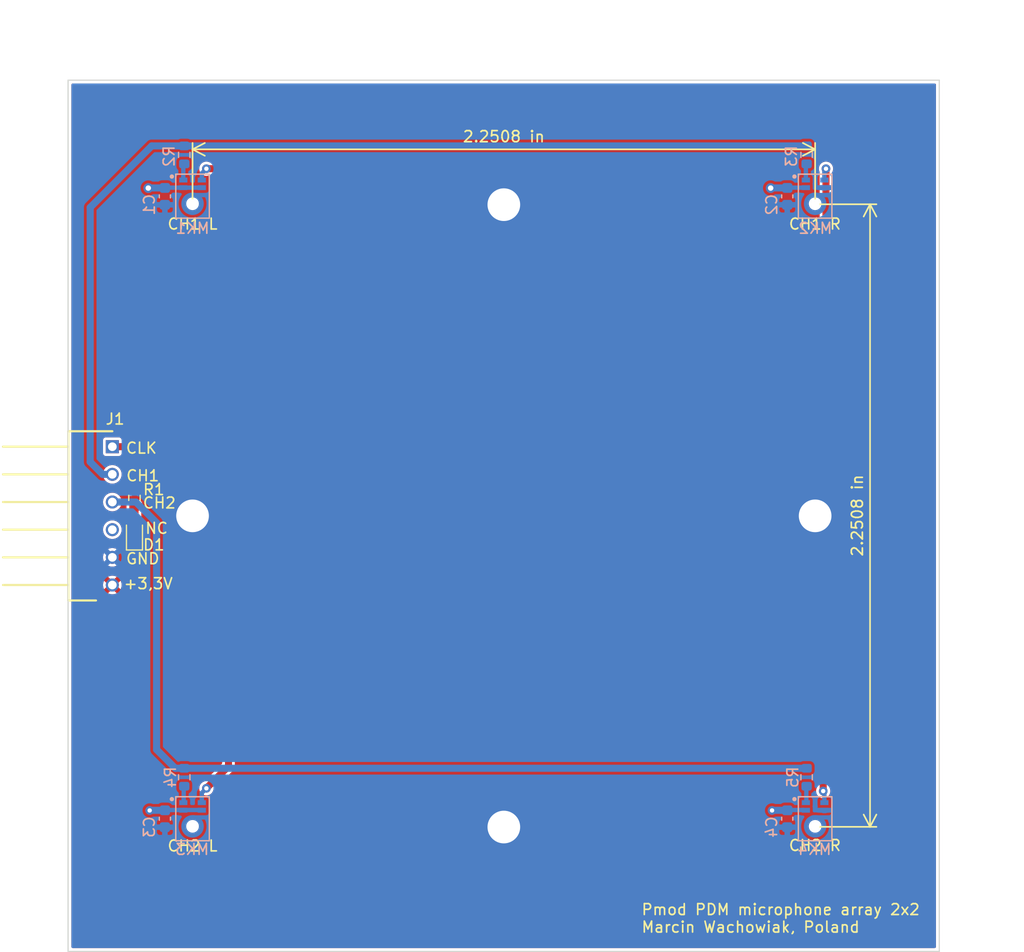
<source format=kicad_pcb>
(kicad_pcb (version 20171130) (host pcbnew 5.1.10-88a1d61d58~88~ubuntu18.04.1)
  (title_block (title "Pmod PDM microphone array 2x1") (date 2021-05-03) (rev 1.0.0) (company "Marcin Wachowiak, Poland"))
  (layers (0 F.Cu signal) (31 B.Cu signal hide) (34 B.Paste user) (35 F.Paste user) (36 B.SilkS user) (37 F.SilkS user) (38 B.Mask user) (39 F.Mask user hide) (44 Edge.Cuts user))
  (net 0 "")
  (net 1 GND)
  (net 2 +3V3)
  (net 3 "Net-(J1-Pad1)")
  (net 4 "Net-(J1-Pad2)")
  (net 5 "Net-(MK1-Pad1)")
  (net 6 "Net-(MK2-Pad1)")
  (net 7 "Net-(D1-Pad2)")
  (net 8 "Net-(J1-Pad3)")
  (net 9 "Net-(MK3-Pad1)")
  (net 10 "Net-(MK4-Pad1)")
  (module Resistor_SMD:R_0603_1608Metric (layer B.Cu) (at 93.98 116.586 90)
    (fp_text reference R5 (at 0 -1.27 90) (layer B.SilkS) (effects (justify mirror)))
    (fp_text value 100)
    (fp_line (start -0.237258 0.5225) (end 0.237258 0.5225) (layer B.SilkS) (width 0.12))
    (fp_line (start -0.237258 -0.5225) (end 0.237258 -0.5225) (layer B.SilkS) (width 0.12))
    (pad 2 smd roundrect (at 0.825 0 90) (size 0.8 0.95) (layers B.Cu B.Paste B.Mask) (net 8 "Net-(J1-Pad3)"))
    (pad 1 smd roundrect (at -0.825 0 90) (size 0.8 0.95) (layers B.Cu B.Paste B.Mask) (net 10 "Net-(MK4-Pad1)"))
  )
  (module Resistor_SMD:R_0603_1608Metric (layer B.Cu) (at 36.83 116.586 90)
    (fp_text reference R4 (at 0 -1.27 90) (layer B.SilkS) (effects (justify mirror)))
    (fp_text value 100)
    (fp_line (start -0.237258 0.5225) (end 0.237258 0.5225) (layer B.SilkS) (width 0.12))
    (fp_line (start -0.237258 -0.5225) (end 0.237258 -0.5225) (layer B.SilkS) (width 0.12))
    (pad 2 smd roundrect (at 0.825 0 90) (size 0.8 0.95) (layers B.Cu B.Paste B.Mask) (net 8 "Net-(J1-Pad3)"))
    (pad 1 smd roundrect (at -0.825 0 90) (size 0.8 0.95) (layers B.Cu B.Paste B.Mask) (net 9 "Net-(MK3-Pad1)"))
  )
  (module pmod_microphone_array:IM69D130V01XTSA1 (layer B.Cu) (at 94.762 120.416 180)
    (fp_text reference MK4 (at 0.06 -2.794) (layer B.SilkS) (effects (justify mirror)))
    (fp_text value IM69D130V01XTSA1)
    (fp_poly (pts (xy 0.001 -0.1) (xy 0.001 0.35) (xy 0.046082 0.349423) (xy 0.099359 0.346165) (xy 0.152393 0.340122) (xy 0.205038 0.331312) (xy 0.25715 0.319759) (xy 0.308586 0.305495) (xy 0.359205 0.288558) (xy 0.408868 0.268995) (xy 0.457439 0.24686) (xy 0.504785 0.222214) (xy 0.550776 0.195123) (xy 0.595287 0.165662) (xy 0.638194 0.133912) (xy 0.679381 0.09996) (xy 0.718735 0.063899) (xy 0.756147 0.025828) (xy 0.791516 -0.01415) (xy 0.824744 -0.055923) (xy 0.85574 -0.099378) (xy 0.88442 -0.144396) (xy 0.910704 -0.190853) (xy 0.934521 -0.238622) (xy 0.955805 -0.287572) (xy 0.974498 -0.337569) (xy 0.990549 -0.388476) (xy 1.003913 -0.440152) (xy 1.014555 -0.492458) (xy 1.022445 -0.545249) (xy 1.027561 -0.59838) (xy 1.03 -0.66) (xy 1.03 -0.68) (xy 1.028588 -0.733906) (xy 1.024358 -0.787664) (xy 1.017319 -0.841127) (xy 1.007492 -0.894149) (xy 0.994904 -0.946584) (xy 0.979588 -0.998288) (xy 0.961588 -1.049119) (xy 0.940952 -1.098939) (xy 0.917737 -1.14761) (xy 0.892006 -1.195) (xy 0.863831 -1.240978) (xy 0.833288 -1.285419) (xy 0.80046 -1.3282) (xy 0.765439 -1.369205) (xy 0.72832 -1.40832) (xy 0.689205 -1.445439) (xy 0.6482 -1.48046) (xy 0.605419 -1.513288) (xy 0.560978 -1.543831) (xy 0.515 -1.572006) (xy 0.46761 -1.597737) (xy 0.418939 -1.620952) (xy 0.369119 -1.641588) (xy 0.318288 -1.659588) (xy 0.266584 -1.674904) (xy 0.214149 -1.687492) (xy 0.161127 -1.697319) (xy 0.107664 -1.704358) (xy 0.053906 -1.708588) (xy 0 -1.71) (xy -0.053906 -1.708588) (xy -0.107664 -1.704358) (xy -0.161127 -1.697319) (xy -0.214149 -1.687492) (xy -0.266584 -1.674904) (xy -0.318288 -1.659588) (xy -0.369119 -1.641588) (xy -0.418939 -1.620952) (xy -0.46761 -1.597737) (xy -0.515 -1.572006) (xy -0.560978 -1.543831) (xy -0.605419 -1.513288) (xy -0.6482 -1.48046) (xy -0.689205 -1.445439) (xy -0.72832 -1.40832) (xy -0.765439 -1.369205) (xy -0.80046 -1.3282) (xy -0.833288 -1.285419) (xy -0.863831 -1.240978) (xy -0.892006 -1.195) (xy -0.917737 -1.14761) (xy -0.940952 -1.098939) (xy -0.961588 -1.049119) (xy -0.979588 -0.998288) (xy -0.994904 -0.946584) (xy -1.007492 -0.894149) (xy -1.017319 -0.841127) (xy -1.024358 -0.787664) (xy -1.028588 -0.733906) (xy -1.03 -0.68) (xy -1.03 -0.66) (xy -1.028616 -0.607141) (xy -1.024467 -0.554426) (xy -1.017565 -0.502001) (xy -1.007929 -0.450009) (xy -0.995585 -0.398593) (xy -0.980567 -0.347893) (xy -0.962916 -0.298048) (xy -0.942681 -0.249196) (xy -0.919917 -0.20147) (xy -0.894686 -0.155) (xy -0.867057 -0.109915) (xy -0.837107 -0.066337) (xy -0.804917 -0.024386) (xy -0.770576 0.015822) (xy -0.734178 0.054178) (xy -0.695822 0.090576) (xy -0.655614 0.124917) (xy -0.613663 0.157107) (xy -0.570085 0.187057) (xy -0.525 0.214686) (xy -0.47853 0.239917) (xy -0.430804 0.262681) (xy -0.381952 0.282916) (xy -0.332107 0.300567) (xy -0.281407 0.315585) (xy -0.229991 0.327929) (xy -0.177999 0.337565) (xy -0.125574 0.344467) (xy -0.072859 0.348616) (xy -0.02 0.35) (xy -0.001 0.35) (xy -0.001 -0.1) (xy -0.030271 -0.099746) (xy -0.059552 -0.101024) (xy -0.088727 -0.103833) (xy -0.117715 -0.108166) (xy -0.146437 -0.114009) (xy -0.174813 -0.121348) (xy -0.202766 -0.130161) (xy -0.23022 -0.140426) (xy -0.257098 -0.152113) (xy -0.283329 -0.165191) (xy -0.308839 -0.179624) (xy -0.333558 -0.195372) (xy -0.35742 -0.212392) (xy -0.380358 -0.230638) (xy -0.40231 -0.250059) (xy -0.423215 -0.270603) (xy -0.443016 -0.292212) (xy -0.46166 -0.314828) (xy -0.479094 -0.338389) (xy -0.495271 -0.36283) (xy -0.510147 -0.388084) (xy -0.523681 -0.414082) (xy -0.535835 -0.440753) (xy -0.546577 -0.468024) (xy -0.555877 -0.495819) (xy -0.56371 -0.524063) (xy -0.570054 -0.552678) (xy -0.574891 -0.581585) (xy -0.578209 -0.610707) (xy -0.58 -0.64) (xy -0.58 -0.68) (xy -0.579205 -0.710355) (xy -0.576823 -0.740627) (xy -0.572859 -0.770732) (xy -0.567326 -0.800589) (xy -0.560237 -0.830115) (xy -0.551613 -0.85923) (xy -0.541477 -0.887853) (xy -0.529856 -0.915907) (xy -0.516784 -0.943314) (xy -0.502295 -0.97) (xy -0.486429 -0.995891) (xy -0.46923 -1.020915) (xy -0.450745 -1.045006) (xy -0.431024 -1.068096) (xy -0.410122 -1.090122) (xy -0.388096 -1.111024) (xy -0.365006 -1.130745) (xy -0.340915 -1.14923) (xy -0.315891 -1.166429) (xy -0.29 -1.182295) (xy -0.263314 -1.196784) (xy -0.235907 -1.209856) (xy -0.207853 -1.221477) (xy -0.17923 -1.231613) (xy -0.150115 -1.240237) (xy -0.120589 -1.247326) (xy -0.090732 -1.252859) (xy -0.060627 -1.256823) (xy -0.030355 -1.259205) (xy 0 -1.26) (xy 0.030355 -1.259205) (xy 0.060627 -1.256823) (xy 0.090732 -1.252859) (xy 0.120589 -1.247326) (xy 0.150115 -1.240237) (xy 0.17923 -1.231613) (xy 0.207853 -1.221477) (xy 0.235907 -1.209856) (xy 0.263314 -1.196784) (xy 0.29 -1.182295) (xy 0.315891 -1.166429) (xy 0.340915 -1.14923) (xy 0.365006 -1.130745) (xy 0.388096 -1.111024) (xy 0.410122 -1.090122) (xy 0.431024 -1.068096) (xy 0.450745 -1.045006) (xy 0.46923 -1.020915) (xy 0.486429 -0.995891) (xy 0.502295 -0.97) (xy 0.516784 -0.943314) (xy 0.529856 -0.915907) (xy 0.541477 -0.887853) (xy 0.551613 -0.85923) (xy 0.560237 -0.830115) (xy 0.567326 -0.800589) (xy 0.572859 -0.770732) (xy 0.576823 -0.740627) (xy 0.579205 -0.710355) (xy 0.58 -0.68) (xy 0.58 -0.66) (xy 0.578692 -0.629768) (xy 0.575834 -0.600086) (xy 0.571426 -0.570594) (xy 0.565481 -0.541373) (xy 0.558015 -0.512503) (xy 0.549048 -0.484063) (xy 0.538605 -0.456132) (xy 0.526714 -0.428785) (xy 0.513409 -0.402099) (xy 0.498725 -0.376145) (xy 0.482703 -0.350995) (xy 0.465386 -0.326719) (xy 0.446823 -0.303382) (xy 0.427064 -0.281048) (xy 0.406163 -0.259779) (xy 0.384178 -0.239633) (xy 0.361168 -0.220665) (xy 0.337197 -0.202928) (xy 0.312331 -0.186469) (xy 0.286637 -0.171335) (xy 0.260187 -0.157566) (xy 0.233052 -0.1452) (xy 0.205308 -0.134271) (xy 0.177029 -0.124809) (xy 0.148294 -0.11684) (xy 0.119181 -0.110386) (xy 0.08977 -0.105464) (xy 0.060142 -0.102088) (xy 0.030378 -0.100268) (xy 0.001 -0.1)) (layer B.Cu) (width 0.0001))
    (fp_circle (center 1.9 1.82) (end 2 1.82) (layer B.SilkS) (width 0.2))
    (fp_line (start -1.54 -2) (end -1.54 2.04) (layer B.SilkS) (width 0.127))
    (fp_line (start 1.54 2.04) (end 1.54 -2) (layer B.SilkS) (width 0.127))
    (fp_line (start -1.54 2.04) (end 1.54 2.04) (layer B.SilkS) (width 0.127))
    (fp_line (start 1.54 -2) (end -1.54 -2) (layer B.SilkS) (width 0.127))
    (pad None np_thru_hole circle (at 0 -0.68 180) (size 0.8 0.8) (drill 0.8) (layers *.Cu *.Mask))
    (pad 3 smd rect (at -0.85 1.5 180) (size 0.75 0.45) (layers B.Cu B.Mask) (net 3 "Net-(J1-Pad1)"))
    (pad 4 smd rect (at -0.85 0.8 180) (size 0.75 0.45) (layers B.Cu B.Mask) (net 1 GND))
    (pad 1 smd rect (at 0.85 1.5 180) (size 0.75 0.45) (layers B.Cu B.Mask) (net 10 "Net-(MK4-Pad1)"))
    (pad 2 smd rect (at 0.85 0.8 180) (size 0.75 0.45) (layers B.Cu B.Mask) (net 2 +3V3))
    (pad 5 smd rect (at 0 0.12 180) (size 0.1 0.1) (layers B.Cu) (net 1 GND))
  )
  (module pmod_microphone_array:IM69D130V01XTSA1 (layer B.Cu) (at 37.592 120.416 180)
    (fp_text reference MK3 (at 0.04 -2.794) (layer B.SilkS) (effects (justify mirror)))
    (fp_text value IM69D130V01XTSA1)
    (fp_poly (pts (xy 0.001 -0.1) (xy 0.001 0.35) (xy 0.046082 0.349423) (xy 0.099359 0.346165) (xy 0.152393 0.340122) (xy 0.205038 0.331312) (xy 0.25715 0.319759) (xy 0.308586 0.305495) (xy 0.359205 0.288558) (xy 0.408868 0.268995) (xy 0.457439 0.24686) (xy 0.504785 0.222214) (xy 0.550776 0.195123) (xy 0.595287 0.165662) (xy 0.638194 0.133912) (xy 0.679381 0.09996) (xy 0.718735 0.063899) (xy 0.756147 0.025828) (xy 0.791516 -0.01415) (xy 0.824744 -0.055923) (xy 0.85574 -0.099378) (xy 0.88442 -0.144396) (xy 0.910704 -0.190853) (xy 0.934521 -0.238622) (xy 0.955805 -0.287572) (xy 0.974498 -0.337569) (xy 0.990549 -0.388476) (xy 1.003913 -0.440152) (xy 1.014555 -0.492458) (xy 1.022445 -0.545249) (xy 1.027561 -0.59838) (xy 1.03 -0.66) (xy 1.03 -0.68) (xy 1.028588 -0.733906) (xy 1.024358 -0.787664) (xy 1.017319 -0.841127) (xy 1.007492 -0.894149) (xy 0.994904 -0.946584) (xy 0.979588 -0.998288) (xy 0.961588 -1.049119) (xy 0.940952 -1.098939) (xy 0.917737 -1.14761) (xy 0.892006 -1.195) (xy 0.863831 -1.240978) (xy 0.833288 -1.285419) (xy 0.80046 -1.3282) (xy 0.765439 -1.369205) (xy 0.72832 -1.40832) (xy 0.689205 -1.445439) (xy 0.6482 -1.48046) (xy 0.605419 -1.513288) (xy 0.560978 -1.543831) (xy 0.515 -1.572006) (xy 0.46761 -1.597737) (xy 0.418939 -1.620952) (xy 0.369119 -1.641588) (xy 0.318288 -1.659588) (xy 0.266584 -1.674904) (xy 0.214149 -1.687492) (xy 0.161127 -1.697319) (xy 0.107664 -1.704358) (xy 0.053906 -1.708588) (xy 0 -1.71) (xy -0.053906 -1.708588) (xy -0.107664 -1.704358) (xy -0.161127 -1.697319) (xy -0.214149 -1.687492) (xy -0.266584 -1.674904) (xy -0.318288 -1.659588) (xy -0.369119 -1.641588) (xy -0.418939 -1.620952) (xy -0.46761 -1.597737) (xy -0.515 -1.572006) (xy -0.560978 -1.543831) (xy -0.605419 -1.513288) (xy -0.6482 -1.48046) (xy -0.689205 -1.445439) (xy -0.72832 -1.40832) (xy -0.765439 -1.369205) (xy -0.80046 -1.3282) (xy -0.833288 -1.285419) (xy -0.863831 -1.240978) (xy -0.892006 -1.195) (xy -0.917737 -1.14761) (xy -0.940952 -1.098939) (xy -0.961588 -1.049119) (xy -0.979588 -0.998288) (xy -0.994904 -0.946584) (xy -1.007492 -0.894149) (xy -1.017319 -0.841127) (xy -1.024358 -0.787664) (xy -1.028588 -0.733906) (xy -1.03 -0.68) (xy -1.03 -0.66) (xy -1.028616 -0.607141) (xy -1.024467 -0.554426) (xy -1.017565 -0.502001) (xy -1.007929 -0.450009) (xy -0.995585 -0.398593) (xy -0.980567 -0.347893) (xy -0.962916 -0.298048) (xy -0.942681 -0.249196) (xy -0.919917 -0.20147) (xy -0.894686 -0.155) (xy -0.867057 -0.109915) (xy -0.837107 -0.066337) (xy -0.804917 -0.024386) (xy -0.770576 0.015822) (xy -0.734178 0.054178) (xy -0.695822 0.090576) (xy -0.655614 0.124917) (xy -0.613663 0.157107) (xy -0.570085 0.187057) (xy -0.525 0.214686) (xy -0.47853 0.239917) (xy -0.430804 0.262681) (xy -0.381952 0.282916) (xy -0.332107 0.300567) (xy -0.281407 0.315585) (xy -0.229991 0.327929) (xy -0.177999 0.337565) (xy -0.125574 0.344467) (xy -0.072859 0.348616) (xy -0.02 0.35) (xy -0.001 0.35) (xy -0.001 -0.1) (xy -0.030271 -0.099746) (xy -0.059552 -0.101024) (xy -0.088727 -0.103833) (xy -0.117715 -0.108166) (xy -0.146437 -0.114009) (xy -0.174813 -0.121348) (xy -0.202766 -0.130161) (xy -0.23022 -0.140426) (xy -0.257098 -0.152113) (xy -0.283329 -0.165191) (xy -0.308839 -0.179624) (xy -0.333558 -0.195372) (xy -0.35742 -0.212392) (xy -0.380358 -0.230638) (xy -0.40231 -0.250059) (xy -0.423215 -0.270603) (xy -0.443016 -0.292212) (xy -0.46166 -0.314828) (xy -0.479094 -0.338389) (xy -0.495271 -0.36283) (xy -0.510147 -0.388084) (xy -0.523681 -0.414082) (xy -0.535835 -0.440753) (xy -0.546577 -0.468024) (xy -0.555877 -0.495819) (xy -0.56371 -0.524063) (xy -0.570054 -0.552678) (xy -0.574891 -0.581585) (xy -0.578209 -0.610707) (xy -0.58 -0.64) (xy -0.58 -0.68) (xy -0.579205 -0.710355) (xy -0.576823 -0.740627) (xy -0.572859 -0.770732) (xy -0.567326 -0.800589) (xy -0.560237 -0.830115) (xy -0.551613 -0.85923) (xy -0.541477 -0.887853) (xy -0.529856 -0.915907) (xy -0.516784 -0.943314) (xy -0.502295 -0.97) (xy -0.486429 -0.995891) (xy -0.46923 -1.020915) (xy -0.450745 -1.045006) (xy -0.431024 -1.068096) (xy -0.410122 -1.090122) (xy -0.388096 -1.111024) (xy -0.365006 -1.130745) (xy -0.340915 -1.14923) (xy -0.315891 -1.166429) (xy -0.29 -1.182295) (xy -0.263314 -1.196784) (xy -0.235907 -1.209856) (xy -0.207853 -1.221477) (xy -0.17923 -1.231613) (xy -0.150115 -1.240237) (xy -0.120589 -1.247326) (xy -0.090732 -1.252859) (xy -0.060627 -1.256823) (xy -0.030355 -1.259205) (xy 0 -1.26) (xy 0.030355 -1.259205) (xy 0.060627 -1.256823) (xy 0.090732 -1.252859) (xy 0.120589 -1.247326) (xy 0.150115 -1.240237) (xy 0.17923 -1.231613) (xy 0.207853 -1.221477) (xy 0.235907 -1.209856) (xy 0.263314 -1.196784) (xy 0.29 -1.182295) (xy 0.315891 -1.166429) (xy 0.340915 -1.14923) (xy 0.365006 -1.130745) (xy 0.388096 -1.111024) (xy 0.410122 -1.090122) (xy 0.431024 -1.068096) (xy 0.450745 -1.045006) (xy 0.46923 -1.020915) (xy 0.486429 -0.995891) (xy 0.502295 -0.97) (xy 0.516784 -0.943314) (xy 0.529856 -0.915907) (xy 0.541477 -0.887853) (xy 0.551613 -0.85923) (xy 0.560237 -0.830115) (xy 0.567326 -0.800589) (xy 0.572859 -0.770732) (xy 0.576823 -0.740627) (xy 0.579205 -0.710355) (xy 0.58 -0.68) (xy 0.58 -0.66) (xy 0.578692 -0.629768) (xy 0.575834 -0.600086) (xy 0.571426 -0.570594) (xy 0.565481 -0.541373) (xy 0.558015 -0.512503) (xy 0.549048 -0.484063) (xy 0.538605 -0.456132) (xy 0.526714 -0.428785) (xy 0.513409 -0.402099) (xy 0.498725 -0.376145) (xy 0.482703 -0.350995) (xy 0.465386 -0.326719) (xy 0.446823 -0.303382) (xy 0.427064 -0.281048) (xy 0.406163 -0.259779) (xy 0.384178 -0.239633) (xy 0.361168 -0.220665) (xy 0.337197 -0.202928) (xy 0.312331 -0.186469) (xy 0.286637 -0.171335) (xy 0.260187 -0.157566) (xy 0.233052 -0.1452) (xy 0.205308 -0.134271) (xy 0.177029 -0.124809) (xy 0.148294 -0.11684) (xy 0.119181 -0.110386) (xy 0.08977 -0.105464) (xy 0.060142 -0.102088) (xy 0.030378 -0.100268) (xy 0.001 -0.1)) (layer B.Cu) (width 0.0001))
    (fp_circle (center 1.9 1.82) (end 2 1.82) (layer B.SilkS) (width 0.2))
    (fp_line (start -1.54 -2) (end -1.54 2.04) (layer B.SilkS) (width 0.127))
    (fp_line (start 1.54 2.04) (end 1.54 -2) (layer B.SilkS) (width 0.127))
    (fp_line (start -1.54 2.04) (end 1.54 2.04) (layer B.SilkS) (width 0.127))
    (fp_line (start 1.54 -2) (end -1.54 -2) (layer B.SilkS) (width 0.127))
    (pad None np_thru_hole circle (at 0 -0.68 180) (size 0.8 0.8) (drill 0.8) (layers *.Cu *.Mask))
    (pad 3 smd rect (at -0.85 1.5 180) (size 0.75 0.45) (layers B.Cu B.Mask) (net 3 "Net-(J1-Pad1)"))
    (pad 4 smd rect (at -0.85 0.8 180) (size 0.75 0.45) (layers B.Cu B.Mask) (net 2 +3V3))
    (pad 1 smd rect (at 0.85 1.5 180) (size 0.75 0.45) (layers B.Cu B.Mask) (net 9 "Net-(MK3-Pad1)"))
    (pad 2 smd rect (at 0.85 0.8 180) (size 0.75 0.45) (layers B.Cu B.Mask) (net 2 +3V3))
    (pad 5 smd rect (at 0 0.12 180) (size 0.1 0.1) (layers B.Cu) (net 1 GND))
  )
  (module Capacitor_SMD:C_0603_1608Metric (layer B.Cu) (at 92.202 120.396 270)
    (fp_text reference C4 (at 0.762 1.43 90) (layer B.SilkS) (effects (justify mirror)))
    (fp_text value 100n/16V)
    (fp_line (start -0.14058 0.51) (end 0.14058 0.51) (layer B.SilkS) (width 0.12))
    (fp_line (start -0.14058 -0.51) (end 0.14058 -0.51) (layer B.SilkS) (width 0.12))
    (pad 2 smd roundrect (at 0.775 0 270) (size 0.9 0.95) (layers B.Cu B.Paste B.Mask) (net 1 GND))
    (pad 1 smd roundrect (at -0.775 0 270) (size 0.9 0.95) (layers B.Cu B.Paste B.Mask) (net 2 +3V3))
  )
  (module Capacitor_SMD:C_0603_1608Metric (layer B.Cu) (at 35.052 120.396 270)
    (fp_text reference C3 (at 0.762 1.43 90) (layer B.SilkS) (effects (justify mirror)))
    (fp_text value 100n/16V)
    (fp_line (start -0.14058 0.51) (end 0.14058 0.51) (layer B.SilkS) (width 0.12))
    (fp_line (start -0.14058 -0.51) (end 0.14058 -0.51) (layer B.SilkS) (width 0.12))
    (pad 2 smd roundrect (at 0.775 0 270) (size 0.9 0.95) (layers B.Cu B.Paste B.Mask) (net 1 GND))
    (pad 1 smd roundrect (at -0.775 0 270) (size 0.9 0.95) (layers B.Cu B.Paste B.Mask) (net 2 +3V3))
  )
  (module pmod_microphone_array:IM69D130V01XTSA1 (layer B.Cu) (at 94.762 63.246 180)
    (fp_text reference MK2 (at -0.02 -2.928) (layer B.SilkS) (effects (justify mirror)))
    (fp_text value IM69D130V01XTSA1)
    (fp_poly (pts (xy 0.001 -0.1) (xy 0.001 0.35) (xy 0.046082 0.349423) (xy 0.099359 0.346165) (xy 0.152393 0.340122) (xy 0.205038 0.331312) (xy 0.25715 0.319759) (xy 0.308586 0.305495) (xy 0.359205 0.288558) (xy 0.408868 0.268995) (xy 0.457439 0.24686) (xy 0.504785 0.222214) (xy 0.550776 0.195123) (xy 0.595287 0.165662) (xy 0.638194 0.133912) (xy 0.679381 0.09996) (xy 0.718735 0.063899) (xy 0.756147 0.025828) (xy 0.791516 -0.01415) (xy 0.824744 -0.055923) (xy 0.85574 -0.099378) (xy 0.88442 -0.144396) (xy 0.910704 -0.190853) (xy 0.934521 -0.238622) (xy 0.955805 -0.287572) (xy 0.974498 -0.337569) (xy 0.990549 -0.388476) (xy 1.003913 -0.440152) (xy 1.014555 -0.492458) (xy 1.022445 -0.545249) (xy 1.027561 -0.59838) (xy 1.03 -0.66) (xy 1.03 -0.68) (xy 1.028588 -0.733906) (xy 1.024358 -0.787664) (xy 1.017319 -0.841127) (xy 1.007492 -0.894149) (xy 0.994904 -0.946584) (xy 0.979588 -0.998288) (xy 0.961588 -1.049119) (xy 0.940952 -1.098939) (xy 0.917737 -1.14761) (xy 0.892006 -1.195) (xy 0.863831 -1.240978) (xy 0.833288 -1.285419) (xy 0.80046 -1.3282) (xy 0.765439 -1.369205) (xy 0.72832 -1.40832) (xy 0.689205 -1.445439) (xy 0.6482 -1.48046) (xy 0.605419 -1.513288) (xy 0.560978 -1.543831) (xy 0.515 -1.572006) (xy 0.46761 -1.597737) (xy 0.418939 -1.620952) (xy 0.369119 -1.641588) (xy 0.318288 -1.659588) (xy 0.266584 -1.674904) (xy 0.214149 -1.687492) (xy 0.161127 -1.697319) (xy 0.107664 -1.704358) (xy 0.053906 -1.708588) (xy 0 -1.71) (xy -0.053906 -1.708588) (xy -0.107664 -1.704358) (xy -0.161127 -1.697319) (xy -0.214149 -1.687492) (xy -0.266584 -1.674904) (xy -0.318288 -1.659588) (xy -0.369119 -1.641588) (xy -0.418939 -1.620952) (xy -0.46761 -1.597737) (xy -0.515 -1.572006) (xy -0.560978 -1.543831) (xy -0.605419 -1.513288) (xy -0.6482 -1.48046) (xy -0.689205 -1.445439) (xy -0.72832 -1.40832) (xy -0.765439 -1.369205) (xy -0.80046 -1.3282) (xy -0.833288 -1.285419) (xy -0.863831 -1.240978) (xy -0.892006 -1.195) (xy -0.917737 -1.14761) (xy -0.940952 -1.098939) (xy -0.961588 -1.049119) (xy -0.979588 -0.998288) (xy -0.994904 -0.946584) (xy -1.007492 -0.894149) (xy -1.017319 -0.841127) (xy -1.024358 -0.787664) (xy -1.028588 -0.733906) (xy -1.03 -0.68) (xy -1.03 -0.66) (xy -1.028616 -0.607141) (xy -1.024467 -0.554426) (xy -1.017565 -0.502001) (xy -1.007929 -0.450009) (xy -0.995585 -0.398593) (xy -0.980567 -0.347893) (xy -0.962916 -0.298048) (xy -0.942681 -0.249196) (xy -0.919917 -0.20147) (xy -0.894686 -0.155) (xy -0.867057 -0.109915) (xy -0.837107 -0.066337) (xy -0.804917 -0.024386) (xy -0.770576 0.015822) (xy -0.734178 0.054178) (xy -0.695822 0.090576) (xy -0.655614 0.124917) (xy -0.613663 0.157107) (xy -0.570085 0.187057) (xy -0.525 0.214686) (xy -0.47853 0.239917) (xy -0.430804 0.262681) (xy -0.381952 0.282916) (xy -0.332107 0.300567) (xy -0.281407 0.315585) (xy -0.229991 0.327929) (xy -0.177999 0.337565) (xy -0.125574 0.344467) (xy -0.072859 0.348616) (xy -0.02 0.35) (xy -0.001 0.35) (xy -0.001 -0.1) (xy -0.030271 -0.099746) (xy -0.059552 -0.101024) (xy -0.088727 -0.103833) (xy -0.117715 -0.108166) (xy -0.146437 -0.114009) (xy -0.174813 -0.121348) (xy -0.202766 -0.130161) (xy -0.23022 -0.140426) (xy -0.257098 -0.152113) (xy -0.283329 -0.165191) (xy -0.308839 -0.179624) (xy -0.333558 -0.195372) (xy -0.35742 -0.212392) (xy -0.380358 -0.230638) (xy -0.40231 -0.250059) (xy -0.423215 -0.270603) (xy -0.443016 -0.292212) (xy -0.46166 -0.314828) (xy -0.479094 -0.338389) (xy -0.495271 -0.36283) (xy -0.510147 -0.388084) (xy -0.523681 -0.414082) (xy -0.535835 -0.440753) (xy -0.546577 -0.468024) (xy -0.555877 -0.495819) (xy -0.56371 -0.524063) (xy -0.570054 -0.552678) (xy -0.574891 -0.581585) (xy -0.578209 -0.610707) (xy -0.58 -0.64) (xy -0.58 -0.68) (xy -0.579205 -0.710355) (xy -0.576823 -0.740627) (xy -0.572859 -0.770732) (xy -0.567326 -0.800589) (xy -0.560237 -0.830115) (xy -0.551613 -0.85923) (xy -0.541477 -0.887853) (xy -0.529856 -0.915907) (xy -0.516784 -0.943314) (xy -0.502295 -0.97) (xy -0.486429 -0.995891) (xy -0.46923 -1.020915) (xy -0.450745 -1.045006) (xy -0.431024 -1.068096) (xy -0.410122 -1.090122) (xy -0.388096 -1.111024) (xy -0.365006 -1.130745) (xy -0.340915 -1.14923) (xy -0.315891 -1.166429) (xy -0.29 -1.182295) (xy -0.263314 -1.196784) (xy -0.235907 -1.209856) (xy -0.207853 -1.221477) (xy -0.17923 -1.231613) (xy -0.150115 -1.240237) (xy -0.120589 -1.247326) (xy -0.090732 -1.252859) (xy -0.060627 -1.256823) (xy -0.030355 -1.259205) (xy 0 -1.26) (xy 0.030355 -1.259205) (xy 0.060627 -1.256823) (xy 0.090732 -1.252859) (xy 0.120589 -1.247326) (xy 0.150115 -1.240237) (xy 0.17923 -1.231613) (xy 0.207853 -1.221477) (xy 0.235907 -1.209856) (xy 0.263314 -1.196784) (xy 0.29 -1.182295) (xy 0.315891 -1.166429) (xy 0.340915 -1.14923) (xy 0.365006 -1.130745) (xy 0.388096 -1.111024) (xy 0.410122 -1.090122) (xy 0.431024 -1.068096) (xy 0.450745 -1.045006) (xy 0.46923 -1.020915) (xy 0.486429 -0.995891) (xy 0.502295 -0.97) (xy 0.516784 -0.943314) (xy 0.529856 -0.915907) (xy 0.541477 -0.887853) (xy 0.551613 -0.85923) (xy 0.560237 -0.830115) (xy 0.567326 -0.800589) (xy 0.572859 -0.770732) (xy 0.576823 -0.740627) (xy 0.579205 -0.710355) (xy 0.58 -0.68) (xy 0.58 -0.66) (xy 0.578692 -0.629768) (xy 0.575834 -0.600086) (xy 0.571426 -0.570594) (xy 0.565481 -0.541373) (xy 0.558015 -0.512503) (xy 0.549048 -0.484063) (xy 0.538605 -0.456132) (xy 0.526714 -0.428785) (xy 0.513409 -0.402099) (xy 0.498725 -0.376145) (xy 0.482703 -0.350995) (xy 0.465386 -0.326719) (xy 0.446823 -0.303382) (xy 0.427064 -0.281048) (xy 0.406163 -0.259779) (xy 0.384178 -0.239633) (xy 0.361168 -0.220665) (xy 0.337197 -0.202928) (xy 0.312331 -0.186469) (xy 0.286637 -0.171335) (xy 0.260187 -0.157566) (xy 0.233052 -0.1452) (xy 0.205308 -0.134271) (xy 0.177029 -0.124809) (xy 0.148294 -0.11684) (xy 0.119181 -0.110386) (xy 0.08977 -0.105464) (xy 0.060142 -0.102088) (xy 0.030378 -0.100268) (xy 0.001 -0.1)) (layer B.Cu) (width 0.0001))
    (fp_circle (center 1.9 1.82) (end 2 1.82) (layer B.SilkS) (width 0.2))
    (fp_line (start -1.54 -2) (end -1.54 2.04) (layer B.SilkS) (width 0.127))
    (fp_line (start 1.54 2.04) (end 1.54 -2) (layer B.SilkS) (width 0.127))
    (fp_line (start -1.54 2.04) (end 1.54 2.04) (layer B.SilkS) (width 0.127))
    (fp_line (start 1.54 -2) (end -1.54 -2) (layer B.SilkS) (width 0.127))
    (pad None np_thru_hole circle (at 0 -0.68 180) (size 0.8 0.8) (drill 0.8) (layers *.Cu *.Mask))
    (pad 3 smd rect (at -0.85 1.5 180) (size 0.75 0.45) (layers B.Cu B.Mask) (net 3 "Net-(J1-Pad1)"))
    (pad 4 smd rect (at -0.85 0.8 180) (size 0.75 0.45) (layers B.Cu B.Mask) (net 1 GND))
    (pad 1 smd rect (at 0.85 1.5 180) (size 0.75 0.45) (layers B.Cu B.Mask) (net 6 "Net-(MK2-Pad1)"))
    (pad 2 smd rect (at 0.85 0.8 180) (size 0.75 0.45) (layers B.Cu B.Mask) (net 2 +3V3))
    (pad 5 smd rect (at 0 0.12 180) (size 0.1 0.1) (layers B.Cu) (net 1 GND))
  )
  (module pmod_microphone_array:IM69D130V01XTSA1 (layer B.Cu) (at 37.592 63.246 180)
    (fp_text reference MK1 (at 0 -2.928) (layer B.SilkS) (effects (justify mirror)))
    (fp_text value IM69D130V01XTSA1)
    (fp_poly (pts (xy 0.001 -0.1) (xy 0.001 0.35) (xy 0.046082 0.349423) (xy 0.099359 0.346165) (xy 0.152393 0.340122) (xy 0.205038 0.331312) (xy 0.25715 0.319759) (xy 0.308586 0.305495) (xy 0.359205 0.288558) (xy 0.408868 0.268995) (xy 0.457439 0.24686) (xy 0.504785 0.222214) (xy 0.550776 0.195123) (xy 0.595287 0.165662) (xy 0.638194 0.133912) (xy 0.679381 0.09996) (xy 0.718735 0.063899) (xy 0.756147 0.025828) (xy 0.791516 -0.01415) (xy 0.824744 -0.055923) (xy 0.85574 -0.099378) (xy 0.88442 -0.144396) (xy 0.910704 -0.190853) (xy 0.934521 -0.238622) (xy 0.955805 -0.287572) (xy 0.974498 -0.337569) (xy 0.990549 -0.388476) (xy 1.003913 -0.440152) (xy 1.014555 -0.492458) (xy 1.022445 -0.545249) (xy 1.027561 -0.59838) (xy 1.03 -0.66) (xy 1.03 -0.68) (xy 1.028588 -0.733906) (xy 1.024358 -0.787664) (xy 1.017319 -0.841127) (xy 1.007492 -0.894149) (xy 0.994904 -0.946584) (xy 0.979588 -0.998288) (xy 0.961588 -1.049119) (xy 0.940952 -1.098939) (xy 0.917737 -1.14761) (xy 0.892006 -1.195) (xy 0.863831 -1.240978) (xy 0.833288 -1.285419) (xy 0.80046 -1.3282) (xy 0.765439 -1.369205) (xy 0.72832 -1.40832) (xy 0.689205 -1.445439) (xy 0.6482 -1.48046) (xy 0.605419 -1.513288) (xy 0.560978 -1.543831) (xy 0.515 -1.572006) (xy 0.46761 -1.597737) (xy 0.418939 -1.620952) (xy 0.369119 -1.641588) (xy 0.318288 -1.659588) (xy 0.266584 -1.674904) (xy 0.214149 -1.687492) (xy 0.161127 -1.697319) (xy 0.107664 -1.704358) (xy 0.053906 -1.708588) (xy 0 -1.71) (xy -0.053906 -1.708588) (xy -0.107664 -1.704358) (xy -0.161127 -1.697319) (xy -0.214149 -1.687492) (xy -0.266584 -1.674904) (xy -0.318288 -1.659588) (xy -0.369119 -1.641588) (xy -0.418939 -1.620952) (xy -0.46761 -1.597737) (xy -0.515 -1.572006) (xy -0.560978 -1.543831) (xy -0.605419 -1.513288) (xy -0.6482 -1.48046) (xy -0.689205 -1.445439) (xy -0.72832 -1.40832) (xy -0.765439 -1.369205) (xy -0.80046 -1.3282) (xy -0.833288 -1.285419) (xy -0.863831 -1.240978) (xy -0.892006 -1.195) (xy -0.917737 -1.14761) (xy -0.940952 -1.098939) (xy -0.961588 -1.049119) (xy -0.979588 -0.998288) (xy -0.994904 -0.946584) (xy -1.007492 -0.894149) (xy -1.017319 -0.841127) (xy -1.024358 -0.787664) (xy -1.028588 -0.733906) (xy -1.03 -0.68) (xy -1.03 -0.66) (xy -1.028616 -0.607141) (xy -1.024467 -0.554426) (xy -1.017565 -0.502001) (xy -1.007929 -0.450009) (xy -0.995585 -0.398593) (xy -0.980567 -0.347893) (xy -0.962916 -0.298048) (xy -0.942681 -0.249196) (xy -0.919917 -0.20147) (xy -0.894686 -0.155) (xy -0.867057 -0.109915) (xy -0.837107 -0.066337) (xy -0.804917 -0.024386) (xy -0.770576 0.015822) (xy -0.734178 0.054178) (xy -0.695822 0.090576) (xy -0.655614 0.124917) (xy -0.613663 0.157107) (xy -0.570085 0.187057) (xy -0.525 0.214686) (xy -0.47853 0.239917) (xy -0.430804 0.262681) (xy -0.381952 0.282916) (xy -0.332107 0.300567) (xy -0.281407 0.315585) (xy -0.229991 0.327929) (xy -0.177999 0.337565) (xy -0.125574 0.344467) (xy -0.072859 0.348616) (xy -0.02 0.35) (xy -0.001 0.35) (xy -0.001 -0.1) (xy -0.030271 -0.099746) (xy -0.059552 -0.101024) (xy -0.088727 -0.103833) (xy -0.117715 -0.108166) (xy -0.146437 -0.114009) (xy -0.174813 -0.121348) (xy -0.202766 -0.130161) (xy -0.23022 -0.140426) (xy -0.257098 -0.152113) (xy -0.283329 -0.165191) (xy -0.308839 -0.179624) (xy -0.333558 -0.195372) (xy -0.35742 -0.212392) (xy -0.380358 -0.230638) (xy -0.40231 -0.250059) (xy -0.423215 -0.270603) (xy -0.443016 -0.292212) (xy -0.46166 -0.314828) (xy -0.479094 -0.338389) (xy -0.495271 -0.36283) (xy -0.510147 -0.388084) (xy -0.523681 -0.414082) (xy -0.535835 -0.440753) (xy -0.546577 -0.468024) (xy -0.555877 -0.495819) (xy -0.56371 -0.524063) (xy -0.570054 -0.552678) (xy -0.574891 -0.581585) (xy -0.578209 -0.610707) (xy -0.58 -0.64) (xy -0.58 -0.68) (xy -0.579205 -0.710355) (xy -0.576823 -0.740627) (xy -0.572859 -0.770732) (xy -0.567326 -0.800589) (xy -0.560237 -0.830115) (xy -0.551613 -0.85923) (xy -0.541477 -0.887853) (xy -0.529856 -0.915907) (xy -0.516784 -0.943314) (xy -0.502295 -0.97) (xy -0.486429 -0.995891) (xy -0.46923 -1.020915) (xy -0.450745 -1.045006) (xy -0.431024 -1.068096) (xy -0.410122 -1.090122) (xy -0.388096 -1.111024) (xy -0.365006 -1.130745) (xy -0.340915 -1.14923) (xy -0.315891 -1.166429) (xy -0.29 -1.182295) (xy -0.263314 -1.196784) (xy -0.235907 -1.209856) (xy -0.207853 -1.221477) (xy -0.17923 -1.231613) (xy -0.150115 -1.240237) (xy -0.120589 -1.247326) (xy -0.090732 -1.252859) (xy -0.060627 -1.256823) (xy -0.030355 -1.259205) (xy 0 -1.26) (xy 0.030355 -1.259205) (xy 0.060627 -1.256823) (xy 0.090732 -1.252859) (xy 0.120589 -1.247326) (xy 0.150115 -1.240237) (xy 0.17923 -1.231613) (xy 0.207853 -1.221477) (xy 0.235907 -1.209856) (xy 0.263314 -1.196784) (xy 0.29 -1.182295) (xy 0.315891 -1.166429) (xy 0.340915 -1.14923) (xy 0.365006 -1.130745) (xy 0.388096 -1.111024) (xy 0.410122 -1.090122) (xy 0.431024 -1.068096) (xy 0.450745 -1.045006) (xy 0.46923 -1.020915) (xy 0.486429 -0.995891) (xy 0.502295 -0.97) (xy 0.516784 -0.943314) (xy 0.529856 -0.915907) (xy 0.541477 -0.887853) (xy 0.551613 -0.85923) (xy 0.560237 -0.830115) (xy 0.567326 -0.800589) (xy 0.572859 -0.770732) (xy 0.576823 -0.740627) (xy 0.579205 -0.710355) (xy 0.58 -0.68) (xy 0.58 -0.66) (xy 0.578692 -0.629768) (xy 0.575834 -0.600086) (xy 0.571426 -0.570594) (xy 0.565481 -0.541373) (xy 0.558015 -0.512503) (xy 0.549048 -0.484063) (xy 0.538605 -0.456132) (xy 0.526714 -0.428785) (xy 0.513409 -0.402099) (xy 0.498725 -0.376145) (xy 0.482703 -0.350995) (xy 0.465386 -0.326719) (xy 0.446823 -0.303382) (xy 0.427064 -0.281048) (xy 0.406163 -0.259779) (xy 0.384178 -0.239633) (xy 0.361168 -0.220665) (xy 0.337197 -0.202928) (xy 0.312331 -0.186469) (xy 0.286637 -0.171335) (xy 0.260187 -0.157566) (xy 0.233052 -0.1452) (xy 0.205308 -0.134271) (xy 0.177029 -0.124809) (xy 0.148294 -0.11684) (xy 0.119181 -0.110386) (xy 0.08977 -0.105464) (xy 0.060142 -0.102088) (xy 0.030378 -0.100268) (xy 0.001 -0.1)) (layer B.Cu) (width 0.0001))
    (fp_circle (center 1.9 1.82) (end 2 1.82) (layer B.SilkS) (width 0.2))
    (fp_line (start -1.54 -2) (end -1.54 2.04) (layer B.SilkS) (width 0.127))
    (fp_line (start 1.54 2.04) (end 1.54 -2) (layer B.SilkS) (width 0.127))
    (fp_line (start -1.54 2.04) (end 1.54 2.04) (layer B.SilkS) (width 0.127))
    (fp_line (start 1.54 -2) (end -1.54 -2) (layer B.SilkS) (width 0.127))
    (pad None np_thru_hole circle (at 0 -0.68 180) (size 0.8 0.8) (drill 0.8) (layers *.Cu *.Mask))
    (pad 3 smd rect (at -0.85 1.5 180) (size 0.75 0.45) (layers B.Cu B.Mask) (net 3 "Net-(J1-Pad1)"))
    (pad 4 smd rect (at -0.85 0.8 180) (size 0.75 0.45) (layers B.Cu B.Mask) (net 2 +3V3))
    (pad 1 smd rect (at 0.85 1.5 180) (size 0.75 0.45) (layers B.Cu B.Mask) (net 5 "Net-(MK1-Pad1)"))
    (pad 2 smd rect (at 0.85 0.8 180) (size 0.75 0.45) (layers B.Cu B.Mask) (net 2 +3V3))
    (pad 5 smd rect (at 0 0.12 180) (size 0.1 0.1) (layers B.Cu) (net 1 GND))
  )
  (module pmod_microphone_array:61300611021 (layer F.Cu) (at 30.226 86.233)
    (fp_text reference J1 (at 0.254 -2.54) (layer F.SilkS))
    (fp_text value 61300611021 hide)
    (fp_line (start 0 -1.42) (end -4.04 -1.42) (layer F.SilkS) (width 0.2))
    (fp_line (start -4.04 -1.42) (end -4.04 14.12) (layer F.SilkS) (width 0.2))
    (fp_line (start -4.04 14.12) (end -1.5 14.12) (layer F.SilkS) (width 0.2))
    (fp_line (start -4.04 0) (end -10.04 0) (layer F.SilkS) (width 0.2))
    (fp_line (start -4.04 2.54) (end -10.04 2.54) (layer F.SilkS) (width 0.2))
    (fp_line (start -4.04 5.08) (end -10.04 5.08) (layer F.SilkS) (width 0.2))
    (fp_line (start -4.04 7.62) (end -10.04 7.62) (layer F.SilkS) (width 0.2))
    (fp_line (start -4.04 10.16) (end -10.04 10.16) (layer F.SilkS) (width 0.2))
    (fp_line (start -4.04 12.7) (end -10.04 12.7) (layer F.SilkS) (width 0.2))
    (pad 1 thru_hole rect (at 0 0 90) (size 1.2 1.2) (drill 0.8) (layers *.Cu *.Mask) (net 3 "Net-(J1-Pad1)"))
    (pad 2 thru_hole circle (at 0 2.54 90) (size 1.2 1.2) (drill 0.8) (layers *.Cu *.Mask) (net 4 "Net-(J1-Pad2)"))
    (pad 3 thru_hole circle (at 0 5.08 90) (size 1.2 1.2) (drill 0.8) (layers *.Cu *.Mask) (net 8 "Net-(J1-Pad3)"))
    (pad 4 thru_hole circle (at 0 7.62 90) (size 1.2 1.2) (drill 0.8) (layers *.Cu *.Mask))
    (pad 5 thru_hole circle (at 0 10.16 90) (size 1.2 1.2) (drill 0.8) (layers *.Cu *.Mask) (net 1 GND))
    (pad 6 thru_hole circle (at 0 12.7 90) (size 1.2 1.2) (drill 0.8) (layers *.Cu *.Mask) (net 2 +3V3))
  )
  (module Resistor_SMD:R_0603_1608Metric (layer F.Cu) (at 32.258 90.932 270)
    (fp_text reference R1 (at -0.762 -1.778) (layer F.SilkS))
    (fp_text value 100)
    (fp_line (start -0.237258 -0.5225) (end 0.237258 -0.5225) (layer F.SilkS) (width 0.12))
    (fp_line (start -0.237258 0.5225) (end 0.237258 0.5225) (layer F.SilkS) (width 0.12))
    (pad 2 smd roundrect (at 0.825 0 270) (size 0.8 0.95) (layers F.Cu F.Paste F.Mask) (net 7 "Net-(D1-Pad2)"))
    (pad 1 smd roundrect (at -0.825 0 270) (size 0.8 0.95) (layers F.Cu F.Paste F.Mask) (net 2 +3V3))
  )
  (module Resistor_SMD:R_0603_1608Metric (layer B.Cu) (at 93.98 59.436 90)
    (fp_text reference R3 (at -0.127 -1.397 90) (layer B.SilkS) (effects (justify mirror)))
    (fp_text value 100)
    (fp_line (start -0.237258 0.5225) (end 0.237258 0.5225) (layer B.SilkS) (width 0.12))
    (fp_line (start -0.237258 -0.5225) (end 0.237258 -0.5225) (layer B.SilkS) (width 0.12))
    (pad 2 smd roundrect (at 0.825 0 90) (size 0.8 0.95) (layers B.Cu B.Paste B.Mask) (net 4 "Net-(J1-Pad2)"))
    (pad 1 smd roundrect (at -0.825 0 90) (size 0.8 0.95) (layers B.Cu B.Paste B.Mask) (net 6 "Net-(MK2-Pad1)"))
  )
  (module Resistor_SMD:R_0603_1608Metric (layer B.Cu) (at 36.83 59.436 90)
    (fp_text reference R2 (at -0.127 -1.397 90) (layer B.SilkS) (effects (justify mirror)))
    (fp_text value 100)
    (fp_line (start -0.237258 0.5225) (end 0.237258 0.5225) (layer B.SilkS) (width 0.12))
    (fp_line (start -0.237258 -0.5225) (end 0.237258 -0.5225) (layer B.SilkS) (width 0.12))
    (pad 2 smd roundrect (at 0.825 0 90) (size 0.8 0.95) (layers B.Cu B.Paste B.Mask) (net 4 "Net-(J1-Pad2)"))
    (pad 1 smd roundrect (at -0.825 0 90) (size 0.8 0.95) (layers B.Cu B.Paste B.Mask) (net 5 "Net-(MK1-Pad1)"))
  )
  (module LED_SMD:LED_0603_1608Metric (layer F.Cu) (at 32.258 94.234 90)
    (fp_text reference D1 (at -1.016 1.778 180) (layer F.SilkS))
    (fp_text value GREEN)
    (fp_line (start 0.8 -0.735) (end -1.485 -0.735) (layer F.SilkS) (width 0.12))
    (fp_line (start -1.485 -0.735) (end -1.485 0.735) (layer F.SilkS) (width 0.12))
    (fp_line (start -1.485 0.735) (end 0.8 0.735) (layer F.SilkS) (width 0.12))
    (pad 2 smd roundrect (at 0.7875 0 90) (size 0.875 0.95) (layers F.Cu F.Paste F.Mask) (net 7 "Net-(D1-Pad2)"))
    (pad 1 smd roundrect (at -0.7875 0 90) (size 0.875 0.95) (layers F.Cu F.Paste F.Mask) (net 1 GND))
  )
  (module Capacitor_SMD:C_0603_1608Metric (layer B.Cu) (at 92.202 63.246 270)
    (fp_text reference C2 (at 0.762 1.43 90) (layer B.SilkS) (effects (justify mirror)))
    (fp_text value 100n/16V)
    (fp_line (start -0.14058 0.51) (end 0.14058 0.51) (layer B.SilkS) (width 0.12))
    (fp_line (start -0.14058 -0.51) (end 0.14058 -0.51) (layer B.SilkS) (width 0.12))
    (pad 2 smd roundrect (at 0.775 0 270) (size 0.9 0.95) (layers B.Cu B.Paste B.Mask) (net 1 GND))
    (pad 1 smd roundrect (at -0.775 0 270) (size 0.9 0.95) (layers B.Cu B.Paste B.Mask) (net 2 +3V3))
  )
  (module Capacitor_SMD:C_0603_1608Metric (layer B.Cu) (at 35.052 63.246 270)
    (fp_text reference C1 (at 0.762 1.43 90) (layer B.SilkS) (effects (justify mirror)))
    (fp_text value 100n/16V)
    (fp_line (start -0.14058 0.51) (end 0.14058 0.51) (layer B.SilkS) (width 0.12))
    (fp_line (start -0.14058 -0.51) (end 0.14058 -0.51) (layer B.SilkS) (width 0.12))
    (pad 2 smd roundrect (at 0.775 0 270) (size 0.9 0.95) (layers B.Cu B.Paste B.Mask) (net 1 GND))
    (pad 1 smd roundrect (at -0.775 0 270) (size 0.9 0.95) (layers B.Cu B.Paste B.Mask) (net 2 +3V3))
  )
  (gr_text "CH2\n\n" (at 34.544 92.202) (layer F.SilkS) (effects (font (size 1 1))))
  (gr_text "GND\n" (at 33.02 96.52) (layer F.SilkS) (effects (font (size 1 1))))
  (gr_text "+3,3V\n" (at 33.528 98.806) (layer F.SilkS) (effects (font (size 1 1))))
  (gr_text "NC\n" (at 34.29 93.726) (layer F.SilkS) (effects (font (size 1 1))))
  (gr_text CH1 (at 33.02 88.9) (layer F.SilkS) (effects (font (size 1 1))))
  (gr_text CLK (at 32.893 86.36) (layer F.SilkS) (effects (font (size 1 1))))
  (dimension 57.17 (width 0.1524) (layer F.SilkS) (gr_text "57,17 mm, λ/2 for 3 kHz" (at 101.1248 92.555 90) (layer F.SilkS) (effects (font (size 1.016 1.016) (thickness 0.1524)))) (feature1 (pts (xy 94.762 121.14) (xy 100.390421 121.14))) (feature2 (pts (xy 94.762 63.97) (xy 100.390421 63.97))) (crossbar (pts (xy 99.804 63.97) (xy 99.804 121.14))) (arrow1a (pts (xy 99.804 121.14) (xy 99.217579 120.013496))) (arrow1b (pts (xy 99.804 121.14) (xy 100.390421 120.013496))) (arrow2a (pts (xy 99.804 63.97) (xy 99.217579 65.096504))) (arrow2b (pts (xy 99.804 63.97) (xy 100.390421 65.096504))))
  (gr_text "CH2 R\n\n\n" (at 94.742 124.46) (layer F.SilkS) (effects (font (size 1 1))))
  (gr_text "CH2 L\n\n" (at 37.592 123.698) (layer F.SilkS) (effects (font (size 1 1))))
  (gr_text "CH1 R\n" (at 94.742 65.786) (layer F.SilkS) (effects (font (size 1 1))))
  (gr_text "CH1 L\n" (at 37.592 65.786) (layer F.SilkS) (effects (font (size 1 1))))
  (dimension 57.17 (width 0.1524) (layer F.SilkS) (gr_text "57,17 mm, λ/2 for 3 kHz" (at 66.177 57.6072) (layer F.SilkS) (effects (font (size 1.016 1.016) (thickness 0.1524)))) (feature1 (pts (xy 94.762 63.97) (xy 94.762 58.341579))) (feature2 (pts (xy 37.592 63.97) (xy 37.592 58.341579))) (crossbar (pts (xy 37.592 58.928) (xy 94.762 58.928))) (arrow1a (pts (xy 94.762 58.928) (xy 93.635496 59.514421))) (arrow1b (pts (xy 94.762 58.928) (xy 93.635496 58.341579))) (arrow2a (pts (xy 37.592 58.928) (xy 38.718504 59.514421))) (arrow2b (pts (xy 37.592 58.928) (xy 38.718504 58.341579))))
  (gr_text "Pmod PDM microphone array 2x2\nMarcin Wachowiak, Poland" (at 78.74 129.54) (layer F.SilkS) (effects (font (size 1 1)) (justify left)))
  (gr_line (start 106.162 52.578) (end 106.162 132.578) (layer Edge.Cuts) (width 0.1))
  (gr_line (start 26.162 52.578) (end 106.162 52.578) (layer Edge.Cuts) (width 0.1))
  (gr_line (start 26.162 132.578) (end 26.162 52.578) (layer Edge.Cuts) (width 0.1))
  (gr_line (start 106.162 132.578) (end 26.162 132.578) (layer Edge.Cuts) (width 0.1))
  (via (at 66.177 64.008) (size 5) (drill 3) (layers F.Cu B.Cu) (net 1))
  (via (at 37.592 92.583) (size 5) (drill 3) (layers F.Cu B.Cu) (net 1))
  (via (at 94.762 92.583) (size 5) (drill 3) (layers F.Cu B.Cu) (net 1))
  (via (at 66.177 121.158) (size 5) (drill 3) (layers F.Cu B.Cu) (net 1))
  (segment (start 30.29 96.202) (end 30.226 96.266) (width 0.75) (layer B.Cu) (net 1))
  (segment (start 37.592 63.126) (end 39.504 63.126) (width 0.4) (layer B.Cu) (net 1))
  (segment (start 94.762 63.126) (end 96.908 63.126) (width 0.4) (layer B.Cu) (net 1))
  (segment (start 94.548 120.276) (end 96.64 120.276) (width 0.4) (layer B.Cu) (net 1))
  (segment (start 37.632 120.276) (end 39.871 120.276) (width 0.4) (layer B.Cu) (net 1))
  (segment (start 30.226 96.393) (end 31.623 96.393) (width 0.75) (layer F.Cu) (net 1))
  (segment (start 32.258 95.758) (end 32.258 95.0215) (width 0.75) (layer F.Cu) (net 1))
  (segment (start 31.623 96.393) (end 32.258 95.758) (width 0.75) (layer F.Cu) (net 1))
  (segment (start 92.227 62.446) (end 92.202 62.471) (width 0.4) (layer B.Cu) (net 2))
  (segment (start 93.912 62.446) (end 92.227 62.446) (width 0.4) (layer B.Cu) (net 2))
  (segment (start 35.077 62.446) (end 35.052 62.471) (width 0.4) (layer B.Cu) (net 2))
  (segment (start 36.742 62.446) (end 35.077 62.446) (width 0.4) (layer B.Cu) (net 2))
  (segment (start 90.691 62.471) (end 90.678 62.484) (width 0.65) (layer B.Cu) (net 2))
  (via (at 90.678 62.484) (size 0.9) (drill 0.5) (layers F.Cu B.Cu) (net 2))
  (segment (start 92.202 62.471) (end 90.691 62.471) (width 0.65) (layer B.Cu) (net 2))
  (via (at 33.528 62.484) (size 0.9) (drill 0.5) (layers F.Cu B.Cu) (net 2))
  (segment (start 33.541 62.471) (end 33.528 62.484) (width 0.65) (layer B.Cu) (net 2))
  (segment (start 35.052 62.471) (end 33.541 62.471) (width 0.65) (layer B.Cu) (net 2))
  (segment (start 36.742 62.446) (end 38.442 62.446) (width 0.4) (layer B.Cu) (net 2))
  (segment (start 35.077 119.596) (end 35.052 119.621) (width 0.4) (layer B.Cu) (net 2))
  (segment (start 36.782 119.596) (end 35.077 119.596) (width 0.4) (layer B.Cu) (net 2))
  (via (at 33.655 119.634) (size 0.8) (drill 0.4) (layers F.Cu B.Cu) (net 2))
  (segment (start 33.668 119.621) (end 33.655 119.634) (width 0.65) (layer B.Cu) (net 2))
  (segment (start 35.052 119.621) (end 33.668 119.621) (width 0.65) (layer B.Cu) (net 2))
  (via (at 90.805 119.634) (size 0.8) (drill 0.4) (layers F.Cu B.Cu) (net 2))
  (segment (start 90.818 119.621) (end 90.805 119.634) (width 0.65) (layer B.Cu) (net 2))
  (segment (start 92.202 119.621) (end 90.818 119.621) (width 0.65) (layer B.Cu) (net 2))
  (segment (start 92.227 119.596) (end 92.202 119.621) (width 0.4) (layer B.Cu) (net 2))
  (segment (start 93.698 119.596) (end 91.973 119.596) (width 0.4) (layer B.Cu) (net 2))
  (segment (start 36.782 119.596) (end 38.482 119.596) (width 0.4) (layer B.Cu) (net 2))
  (via (at 95.504 117.856) (size 0.8) (drill 0.4) (layers F.Cu B.Cu) (net 3))
  (segment (start 95.612 117.964) (end 95.504 117.856) (width 0.4) (layer B.Cu) (net 3))
  (segment (start 95.612 118.916) (end 95.612 117.964) (width 0.4) (layer B.Cu) (net 3))
  (via (at 38.862 117.602) (size 0.8) (drill 0.4) (layers F.Cu B.Cu) (net 3))
  (segment (start 38.442 118.022) (end 38.862 117.602) (width 0.4) (layer B.Cu) (net 3))
  (segment (start 38.442 118.916) (end 38.442 118.022) (width 0.4) (layer B.Cu) (net 3))
  (segment (start 38.862 117.602) (end 40.894 115.57) (width 0.65) (layer F.Cu) (net 3))
  (segment (start 40.894 86.614) (end 40.513 86.233) (width 0.65) (layer F.Cu) (net 3))
  (segment (start 30.226 86.233) (end 40.513 86.233) (width 0.65) (layer F.Cu) (net 3))
  (segment (start 40.894 115.57) (end 40.894 87.122) (width 0.65) (layer F.Cu) (net 3))
  (segment (start 40.894 87.122) (end 40.894 86.614) (width 0.65) (layer F.Cu) (net 3))
  (via (at 38.862 60.706) (size 0.8) (drill 0.4) (layers F.Cu B.Cu) (net 3))
  (segment (start 38.442 61.126) (end 38.862 60.706) (width 0.4) (layer B.Cu) (net 3))
  (segment (start 38.442 61.746) (end 38.442 61.126) (width 0.4) (layer B.Cu) (net 3))
  (segment (start 40.894 61.214) (end 40.894 85.598) (width 0.65) (layer F.Cu) (net 3))
  (segment (start 40.386 60.706) (end 40.894 61.214) (width 0.65) (layer F.Cu) (net 3))
  (segment (start 38.862 60.706) (end 40.386 60.706) (width 0.65) (layer F.Cu) (net 3))
  (segment (start 40.894 85.598) (end 40.894 84.582) (width 0.65) (layer F.Cu) (net 3))
  (segment (start 40.894 87.122) (end 40.894 85.598) (width 0.65) (layer F.Cu) (net 3))
  (segment (start 95.504 117.856) (end 95.504 102.616) (width 0.65) (layer F.Cu) (net 3))
  (segment (start 79.121 86.233) (end 66.421 86.233) (width 0.65) (layer F.Cu) (net 3))
  (segment (start 95.504 102.616) (end 79.121 86.233) (width 0.65) (layer F.Cu) (net 3))
  (segment (start 66.421 86.233) (end 69.215 86.233) (width 0.65) (layer F.Cu) (net 3))
  (segment (start 40.513 86.233) (end 66.421 86.233) (width 0.65) (layer F.Cu) (net 3))
  (via (at 95.758 60.706) (size 0.8) (drill 0.4) (layers F.Cu B.Cu) (net 3))
  (segment (start 95.612 60.852) (end 95.758 60.706) (width 0.4) (layer B.Cu) (net 3))
  (segment (start 95.612 61.746) (end 95.612 60.852) (width 0.4) (layer B.Cu) (net 3))
  (segment (start 95.758 69.596) (end 95.377 69.977) (width 0.65) (layer F.Cu) (net 3))
  (segment (start 95.758 60.706) (end 95.758 69.596) (width 0.65) (layer F.Cu) (net 3))
  (segment (start 95.377 69.977) (end 79.121 86.233) (width 0.65) (layer F.Cu) (net 3))
  (segment (start 40.894 85.852) (end 40.513 86.233) (width 0.65) (layer F.Cu) (net 3))
  (segment (start 40.894 85.598) (end 40.894 85.852) (width 0.65) (layer F.Cu) (net 3))
  (segment (start 33.845 58.611) (end 93.98 58.611) (width 0.65) (layer B.Cu) (net 4))
  (segment (start 28.194 64.262) (end 33.845 58.611) (width 0.65) (layer B.Cu) (net 4))
  (segment (start 28.194 87.63) (end 28.194 64.262) (width 0.65) (layer B.Cu) (net 4))
  (segment (start 29.337 88.773) (end 28.194 87.63) (width 0.65) (layer B.Cu) (net 4))
  (segment (start 30.226 88.773) (end 29.337 88.773) (width 0.65) (layer B.Cu) (net 4))
  (segment (start 36.742 60.349) (end 36.83 60.261) (width 0.4) (layer B.Cu) (net 5))
  (segment (start 36.742 61.746) (end 36.742 60.349) (width 0.4) (layer B.Cu) (net 5))
  (segment (start 93.912 60.329) (end 93.98 60.261) (width 0.4) (layer B.Cu) (net 6))
  (segment (start 93.912 61.746) (end 93.912 60.329) (width 0.4) (layer B.Cu) (net 6))
  (segment (start 32.258 93.4465) (end 32.258 91.757) (width 0.75) (layer F.Cu) (net 7))
  (segment (start 36.005 115.761) (end 36.83 115.761) (width 0.65) (layer B.Cu) (net 8))
  (segment (start 34.29 93.218) (end 34.29 114.046) (width 0.65) (layer B.Cu) (net 8))
  (segment (start 32.385 91.313) (end 34.29 93.218) (width 0.65) (layer B.Cu) (net 8))
  (segment (start 34.29 114.046) (end 36.005 115.761) (width 0.65) (layer B.Cu) (net 8))
  (segment (start 30.226 91.313) (end 32.385 91.313) (width 0.65) (layer B.Cu) (net 8))
  (segment (start 36.83 115.761) (end 93.98 115.761) (width 0.65) (layer B.Cu) (net 8))
  (segment (start 36.782 117.459) (end 36.83 117.411) (width 0.4) (layer B.Cu) (net 9))
  (segment (start 36.782 118.896) (end 36.782 117.459) (width 0.4) (layer B.Cu) (net 9))
  (segment (start 93.952 117.439) (end 93.98 117.411) (width 0.4) (layer B.Cu) (net 10))
  (segment (start 93.952 118.896) (end 93.952 117.439) (width 0.4) (layer B.Cu) (net 10))
  (zone (net 1) (net_name GND) (layer B.Cu) (connect_pads (clearance 0.254)) (min_thickness 0.254) (fill yes (arc_segments 32) (thermal_gap 0.254) (thermal_bridge_width 0.508) (smoothing chamfer))
    (polygon (pts (xy 106.172 132.588) (xy 26.162 132.588) (xy 26.162 52.578) (xy 106.172 52.578)))
  )
  (zone (net 2) (net_name +3V3) (layer F.Cu) (connect_pads (clearance 0.254)) (min_thickness 0.254) (fill yes (arc_segments 32) (thermal_gap 0.254) (thermal_bridge_width 0.508) (smoothing chamfer))
    (polygon (pts (xy 106.172 132.588) (xy 26.162 132.588) (xy 26.162 52.578) (xy 106.172 52.578)))
  )
)
</source>
